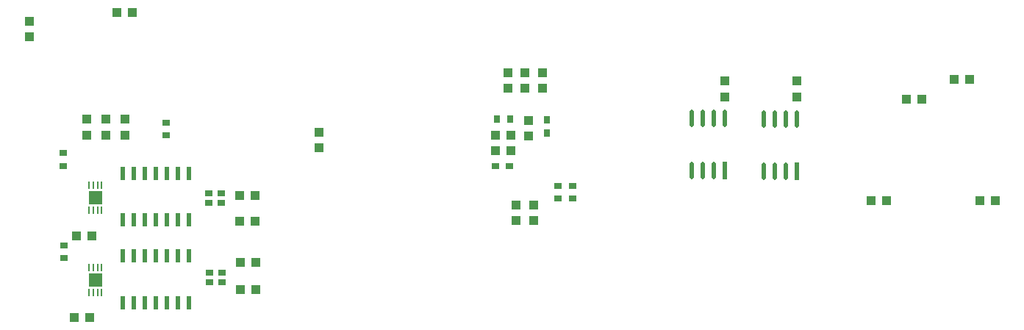
<source format=gbr>
%TF.GenerationSoftware,Altium Limited,Altium Designer,22.1.2 (22)*%
G04 Layer_Color=128*
%FSLAX45Y45*%
%MOMM*%
%TF.SameCoordinates,69A41402-0A08-4178-9E70-C708664AA264*%
%TF.FilePolarity,Positive*%
%TF.FileFunction,Paste,Bot*%
%TF.Part,Single*%
G01*
G75*
%TA.AperFunction,SMDPad,CuDef*%
%ADD31R,0.90000X0.80000*%
%ADD72R,0.60000X1.55000*%
%ADD77R,1.60000X1.50000*%
G04:AMPARAMS|DCode=78|XSize=0.85mm|YSize=0.25mm|CornerRadius=0.125mm|HoleSize=0mm|Usage=FLASHONLY|Rotation=90.000|XOffset=0mm|YOffset=0mm|HoleType=Round|Shape=RoundedRectangle|*
%AMROUNDEDRECTD78*
21,1,0.85000,0.00000,0,0,90.0*
21,1,0.60000,0.25000,0,0,90.0*
1,1,0.25000,0.00000,0.30000*
1,1,0.25000,0.00000,-0.30000*
1,1,0.25000,0.00000,-0.30000*
1,1,0.25000,0.00000,0.30000*
%
%ADD78ROUNDEDRECTD78*%
%ADD101R,1.12000X1.02000*%
%ADD109R,0.92000X0.72000*%
%ADD110R,1.02000X1.12000*%
%ADD122R,0.72000X0.92000*%
%ADD160R,0.52000X2.02000*%
%ADD161O,0.52000X2.02000*%
%ADD162R,0.72000X0.87000*%
%ADD163R,0.87000X0.72000*%
D31*
X2760000Y915000D02*
D03*
X2620000D02*
D03*
Y1025000D02*
D03*
X2760000D02*
D03*
X2750000Y1935000D02*
D03*
X2610000D02*
D03*
Y1825000D02*
D03*
X2750000D02*
D03*
D72*
X2381000Y680000D02*
D03*
X2254000D02*
D03*
X2127000D02*
D03*
X2000000D02*
D03*
X1873000D02*
D03*
X1746000D02*
D03*
X1619000D02*
D03*
Y1220000D02*
D03*
X1746000D02*
D03*
X1873000D02*
D03*
X2000000D02*
D03*
X2127000D02*
D03*
X2254000D02*
D03*
X2381000D02*
D03*
Y1630000D02*
D03*
X2254000D02*
D03*
X2127000D02*
D03*
X2000000D02*
D03*
X1873000D02*
D03*
X1746000D02*
D03*
X1619000D02*
D03*
Y2170000D02*
D03*
X1746000D02*
D03*
X1873000D02*
D03*
X2000000D02*
D03*
X2127000D02*
D03*
X2254000D02*
D03*
X2381000D02*
D03*
D77*
X1300000Y940000D02*
D03*
Y1890000D02*
D03*
D78*
X1375000Y1745000D02*
D03*
X1325000D02*
D03*
X1275000D02*
D03*
X1225000D02*
D03*
Y2035000D02*
D03*
X1275000D02*
D03*
X1325000D02*
D03*
X1375000D02*
D03*
X1374999Y795000D02*
D03*
X1324999D02*
D03*
X1275000D02*
D03*
X1225000D02*
D03*
Y1085000D02*
D03*
X1275000D02*
D03*
X1324999D02*
D03*
X1374999D02*
D03*
D101*
X3880000Y2460000D02*
D03*
Y2640000D02*
D03*
X9380000Y3230000D02*
D03*
Y3050000D02*
D03*
X8550000Y3230000D02*
D03*
Y3050000D02*
D03*
X540000Y3920000D02*
D03*
Y3740000D02*
D03*
X1200000Y2610000D02*
D03*
Y2790000D02*
D03*
X1640000D02*
D03*
Y2610000D02*
D03*
X1420000Y2790000D02*
D03*
Y2610000D02*
D03*
X6290000Y2600000D02*
D03*
Y2780000D02*
D03*
X6450000Y3325000D02*
D03*
Y3145000D02*
D03*
X6250000Y3325000D02*
D03*
Y3145000D02*
D03*
X6150000Y1625000D02*
D03*
Y1805000D02*
D03*
X6350000Y1625000D02*
D03*
Y1805000D02*
D03*
X6050000Y3325000D02*
D03*
Y3145000D02*
D03*
D109*
X2120000Y2605000D02*
D03*
Y2755000D02*
D03*
X930000Y2255000D02*
D03*
Y2405000D02*
D03*
X940000Y1190000D02*
D03*
Y1340000D02*
D03*
X6630000Y2025000D02*
D03*
Y1875000D02*
D03*
X6800000Y2025000D02*
D03*
Y1875000D02*
D03*
D110*
X1060000Y510000D02*
D03*
X1240000D02*
D03*
X1080425Y1450000D02*
D03*
X1260425D02*
D03*
X3150000Y830000D02*
D03*
X2970000D02*
D03*
X3150000Y1140000D02*
D03*
X2970000D02*
D03*
X3140000Y1910000D02*
D03*
X2960000D02*
D03*
X3140000Y1620000D02*
D03*
X2960000D02*
D03*
X10820000Y3020000D02*
D03*
X10640000D02*
D03*
X11190000Y3250000D02*
D03*
X11370000D02*
D03*
X10415000Y1850000D02*
D03*
X10235000D02*
D03*
X11485000D02*
D03*
X11665000D02*
D03*
X1550000Y4021925D02*
D03*
X1730000D02*
D03*
X5910000Y2610000D02*
D03*
X6090000D02*
D03*
X5910000Y2430000D02*
D03*
X6090000D02*
D03*
D122*
X5925000Y2790000D02*
D03*
X6075000D02*
D03*
D160*
X9381000Y2190000D02*
D03*
X8554000Y2200000D02*
D03*
D161*
X9254000Y2190000D02*
D03*
X9127000D02*
D03*
X9000000D02*
D03*
X9381000Y2790000D02*
D03*
X9254000D02*
D03*
X9127000D02*
D03*
X9000000D02*
D03*
X8173000Y2800000D02*
D03*
X8300000D02*
D03*
X8427000D02*
D03*
X8554000D02*
D03*
X8173000Y2200000D02*
D03*
X8300000D02*
D03*
X8427000D02*
D03*
D162*
X6500000Y2785000D02*
D03*
Y2630000D02*
D03*
D163*
X6067500Y2250000D02*
D03*
X5912500D02*
D03*
%TF.MD5,0ba37663373da1280fac039f774c98b5*%
M02*

</source>
